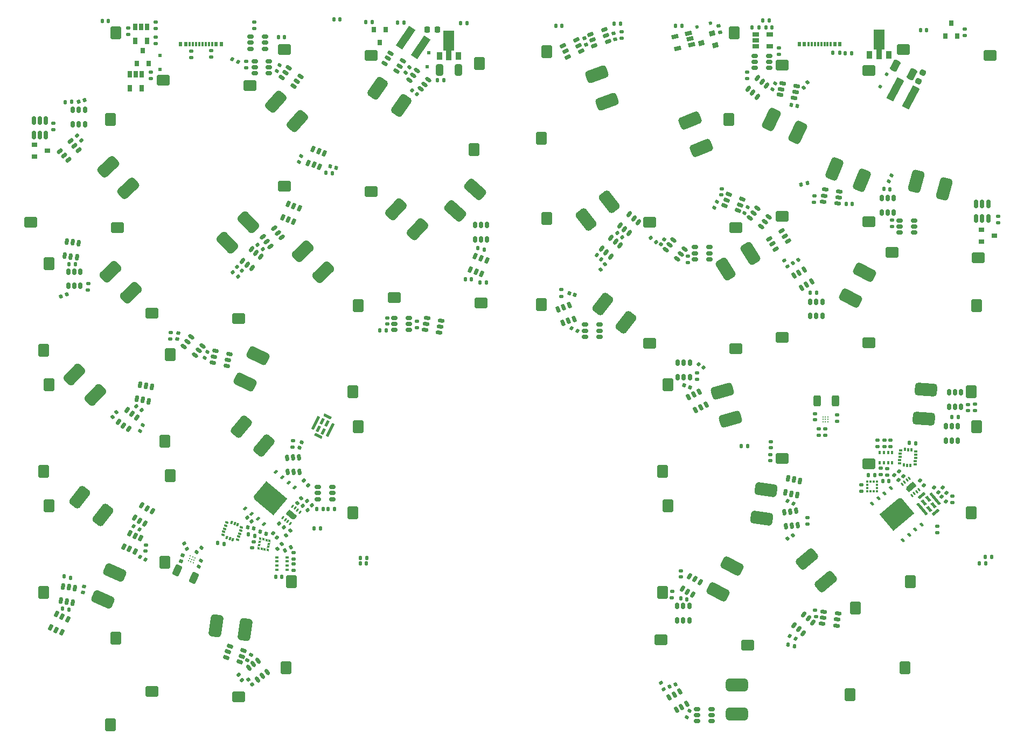
<source format=gbp>
G04 #@! TF.GenerationSoftware,KiCad,Pcbnew,(6.0.11-0)*
G04 #@! TF.CreationDate,2023-02-19T21:29:59+08:00*
G04 #@! TF.ProjectId,Combined,436f6d62-696e-4656-942e-6b696361645f,rev?*
G04 #@! TF.SameCoordinates,Original*
G04 #@! TF.FileFunction,Paste,Bot*
G04 #@! TF.FilePolarity,Positive*
%FSLAX46Y46*%
G04 Gerber Fmt 4.6, Leading zero omitted, Abs format (unit mm)*
G04 Created by KiCad (PCBNEW (6.0.11-0)) date 2023-02-19 21:29:59*
%MOMM*%
%LPD*%
G01*
G04 APERTURE LIST*
G04 Aperture macros list*
%AMRoundRect*
0 Rectangle with rounded corners*
0 $1 Rounding radius*
0 $2 $3 $4 $5 $6 $7 $8 $9 X,Y pos of 4 corners*
0 Add a 4 corners polygon primitive as box body*
4,1,4,$2,$3,$4,$5,$6,$7,$8,$9,$2,$3,0*
0 Add four circle primitives for the rounded corners*
1,1,$1+$1,$2,$3*
1,1,$1+$1,$4,$5*
1,1,$1+$1,$6,$7*
1,1,$1+$1,$8,$9*
0 Add four rect primitives between the rounded corners*
20,1,$1+$1,$2,$3,$4,$5,0*
20,1,$1+$1,$4,$5,$6,$7,0*
20,1,$1+$1,$6,$7,$8,$9,0*
20,1,$1+$1,$8,$9,$2,$3,0*%
%AMRotRect*
0 Rectangle, with rotation*
0 The origin of the aperture is its center*
0 $1 length*
0 $2 width*
0 $3 Rotation angle, in degrees counterclockwise*
0 Add horizontal line*
21,1,$1,$2,0,0,$3*%
%AMOutline4P*
0 Free polygon, 4 corners , with rotation*
0 The origin of the aperture is its center*
0 number of corners: always 4*
0 $1 to $8 corner X, Y*
0 $9 Rotation angle, in degrees counterclockwise*
0 create outline with 4 corners*
4,1,4,$1,$2,$3,$4,$5,$6,$7,$8,$1,$2,$9*%
%AMOutline5P*
0 Free polygon, 5 corners , with rotation*
0 The origin of the aperture is its center*
0 number of corners: always 5*
0 $1 to $10 corner X, Y*
0 $11 Rotation angle, in degrees counterclockwise*
0 create outline with 5 corners*
4,1,5,$1,$2,$3,$4,$5,$6,$7,$8,$9,$10,$1,$2,$11*%
%AMOutline6P*
0 Free polygon, 6 corners , with rotation*
0 The origin of the aperture is its center*
0 number of corners: always 6*
0 $1 to $12 corner X, Y*
0 $13 Rotation angle, in degrees counterclockwise*
0 create outline with 6 corners*
4,1,6,$1,$2,$3,$4,$5,$6,$7,$8,$9,$10,$11,$12,$1,$2,$13*%
%AMOutline7P*
0 Free polygon, 7 corners , with rotation*
0 The origin of the aperture is its center*
0 number of corners: always 7*
0 $1 to $14 corner X, Y*
0 $15 Rotation angle, in degrees counterclockwise*
0 create outline with 7 corners*
4,1,7,$1,$2,$3,$4,$5,$6,$7,$8,$9,$10,$11,$12,$13,$14,$1,$2,$15*%
%AMOutline8P*
0 Free polygon, 8 corners , with rotation*
0 The origin of the aperture is its center*
0 number of corners: always 8*
0 $1 to $16 corner X, Y*
0 $17 Rotation angle, in degrees counterclockwise*
0 create outline with 8 corners*
4,1,8,$1,$2,$3,$4,$5,$6,$7,$8,$9,$10,$11,$12,$13,$14,$15,$16,$1,$2,$17*%
%AMFreePoly0*
4,1,6,0.450000,-0.800000,-0.180000,-0.800000,-0.450000,-0.530000,-0.450000,0.800000,0.450000,0.800000,0.450000,-0.800000,0.450000,-0.800000,$1*%
%AMFreePoly1*
4,1,9,3.862500,-0.866500,0.737500,-0.866500,0.737500,-0.450000,-0.737500,-0.450000,-0.737500,0.450000,0.737500,0.450000,0.737500,0.866500,3.862500,0.866500,3.862500,-0.866500,3.862500,-0.866500,$1*%
G04 Aperture macros list end*
%ADD10RoundRect,0.500000X-1.246504X-0.508653X-0.551846X-1.227993X1.246504X0.508653X0.551846X1.227993X0*%
%ADD11RoundRect,0.500000X1.246504X0.508653X0.551846X1.227993X-1.246504X-0.508653X-0.551846X-1.227993X0*%
%ADD12RoundRect,0.500000X-1.278949X-0.420462X-0.636162X-1.186507X1.278949X0.420462X0.636162X1.186507X0*%
%ADD13RoundRect,0.500000X1.278949X0.420462X0.636162X1.186507X-1.278949X-0.420462X-0.636162X-1.186507X0*%
%ADD14RoundRect,0.170000X-0.830000X-0.680000X0.830000X-0.680000X0.830000X0.680000X-0.830000X0.680000X0*%
%ADD15RoundRect,0.170000X0.830000X0.680000X-0.830000X0.680000X-0.830000X-0.680000X0.830000X-0.680000X0*%
%ADD16RoundRect,0.170000X0.680000X-0.830000X0.680000X0.830000X-0.680000X0.830000X-0.680000X-0.830000X0*%
%ADD17RoundRect,0.170000X-0.680000X0.830000X-0.680000X-0.830000X0.680000X-0.830000X0.680000X0.830000X0*%
%ADD18RoundRect,0.500000X0.375571X-1.292844X1.163582X-0.677183X-0.375571X1.292844X-1.163582X0.677183X0*%
%ADD19RoundRect,0.500000X-0.375571X1.292844X-1.163582X0.677183X0.375571X-1.292844X1.163582X-0.677183X0*%
%ADD20RoundRect,0.500000X-1.255191X-0.486821X-0.573193X-1.218175X1.255191X0.486821X0.573193X1.218175X0*%
%ADD21RoundRect,0.500000X1.255191X0.486821X0.573193X1.218175X-1.255191X-0.486821X-0.573193X-1.218175X0*%
%ADD22RoundRect,0.500000X-0.868949X1.028313X-1.338420X0.145366X0.868949X-1.028313X1.338420X-0.145366X0*%
%ADD23RoundRect,0.500000X0.868949X-1.028313X1.338420X-0.145366X-0.868949X1.028313X-1.338420X0.145366X0*%
%ADD24RoundRect,0.500000X1.207986X0.594366X0.464841X1.263496X-1.207986X-0.594366X-0.464841X-1.263496X0*%
%ADD25RoundRect,0.500000X-1.207986X-0.594366X-0.464841X-1.263496X1.207986X0.594366X0.464841X1.263496X0*%
%ADD26RoundRect,0.500000X0.594366X-1.207986X1.263496X-0.464841X-0.594366X1.207986X-1.263496X0.464841X0*%
%ADD27RoundRect,0.500000X-0.594366X1.207986X-1.263496X0.464841X0.594366X-1.207986X1.263496X-0.464841X0*%
%ADD28RoundRect,0.500000X1.212077X-0.585978X1.281833X0.411586X-1.212077X0.585978X-1.281833X-0.411586X0*%
%ADD29RoundRect,0.500000X-1.212077X0.585978X-1.281833X-0.411586X1.212077X-0.585978X1.281833X0.411586X0*%
%ADD30RoundRect,0.500000X-0.669100X-1.168249X0.321168X-1.307422X0.669100X1.168249X-0.321168X1.307422X0*%
%ADD31RoundRect,0.500000X0.669100X1.168249X-0.321168X1.307422X-0.669100X-1.168249X0.321168X-1.307422X0*%
%ADD32RoundRect,0.500000X-1.250000X0.500000X-1.250000X-0.500000X1.250000X-0.500000X1.250000X0.500000X0*%
%ADD33RoundRect,0.500000X1.250000X-0.500000X1.250000X0.500000X-1.250000X0.500000X-1.250000X-0.500000X0*%
%ADD34RoundRect,0.500000X-0.931850X-0.971677X-0.004666X-1.346283X0.931850X0.971677X0.004666X1.346283X0*%
%ADD35RoundRect,0.500000X0.931850X0.971677X0.004666X1.346283X-0.931850X-0.971677X-0.004666X-1.346283X0*%
%ADD36RoundRect,0.500000X1.186507X0.636162X0.420462X1.278949X-1.186507X-0.636162X-0.420462X-1.278949X0*%
%ADD37RoundRect,0.500000X-1.186507X-0.636162X-0.420462X-1.278949X1.186507X0.636162X0.420462X1.278949X0*%
%ADD38RoundRect,0.500000X0.508653X-1.246504X1.227993X-0.551846X-0.508653X1.246504X-1.227993X0.551846X0*%
%ADD39RoundRect,0.500000X-0.508653X1.246504X-1.227993X0.551846X0.508653X-1.246504X1.227993X-0.551846X0*%
%ADD40RoundRect,0.500000X-0.806487X-1.077998X0.159439X-1.336817X0.806487X1.077998X-0.159439X1.336817X0*%
%ADD41RoundRect,0.500000X0.806487X1.077998X-0.159439X1.336817X-0.806487X-1.077998X0.159439X-1.336817X0*%
%ADD42RoundRect,0.500000X-0.938564X0.965194X-1.345300X0.051648X0.938564X-0.965194X1.345300X-0.051648X0*%
%ADD43RoundRect,0.500000X0.938564X-0.965194X1.345300X-0.051648X-0.938564X0.965194X-1.345300X0.051648X0*%
%ADD44RoundRect,0.500000X-0.904307X0.997361X-1.342678X0.098567X0.904307X-0.997361X1.342678X-0.098567X0*%
%ADD45RoundRect,0.500000X0.904307X-0.997361X1.342678X-0.098567X-0.904307X0.997361X-1.342678X0.098567X0*%
%ADD46RoundRect,0.500000X-0.238375X1.325020X-1.086423X0.795100X0.238375X-1.325020X1.086423X-0.795100X0*%
%ADD47RoundRect,0.500000X0.238375X-1.325020X1.086423X-0.795100X-0.238375X1.325020X-1.086423X0.795100X0*%
%ADD48RoundRect,0.500000X-1.339396X0.136084X-1.063758X-0.825178X1.339396X-0.136084X1.063758X0.825178X0*%
%ADD49RoundRect,0.500000X1.339396X-0.136084X1.063758X0.825178X-1.339396X0.136084X-1.063758X-0.825178X0*%
%ADD50RoundRect,0.500000X1.346283X0.004666X0.971677X0.931850X-1.346283X-0.004666X-0.971677X-0.931850X0*%
%ADD51RoundRect,0.500000X-1.346283X-0.004666X-0.971677X-0.931850X1.346283X0.004666X0.971677X0.931850X0*%
%ADD52RoundRect,0.500000X-1.345626X0.042321X-1.003606X-0.897371X1.345626X-0.042321X1.003606X0.897371X0*%
%ADD53RoundRect,0.500000X1.345626X-0.042321X1.003606X0.897371X-1.345626X0.042321X-1.003606X-0.897371X0*%
%ADD54RoundRect,0.500000X1.126547X0.737152X0.307395X1.310728X-1.126547X-0.737152X-0.307395X-1.310728X0*%
%ADD55RoundRect,0.500000X-1.126547X-0.737152X-0.307395X-1.310728X1.126547X0.737152X0.307395X1.310728X0*%
%ADD56RoundRect,0.500000X0.997361X0.904307X0.098567X1.342678X-0.997361X-0.904307X-0.098567X-1.342678X0*%
%ADD57RoundRect,0.500000X-0.997361X-0.904307X-0.098567X-1.342678X0.997361X0.904307X0.098567X1.342678X0*%
%ADD58RoundRect,0.500000X1.168249X-0.669100X1.307422X0.321168X-1.168249X0.669100X-1.307422X-0.321168X0*%
%ADD59RoundRect,0.500000X-1.168249X0.669100X-1.307422X-0.321168X1.168249X-0.669100X1.307422X0.321168X0*%
%ADD60RoundRect,0.500000X-1.163582X-0.677183X-0.375571X-1.292844X1.163582X0.677183X0.375571X1.292844X0*%
%ADD61RoundRect,0.500000X1.163582X0.677183X0.375571X1.292844X-1.163582X-0.677183X-0.375571X-1.292844X0*%
%ADD62RoundRect,0.500000X1.218175X0.573193X0.486821X1.255191X-1.218175X-0.573193X-0.486821X-1.255191X0*%
%ADD63RoundRect,0.500000X-1.218175X-0.573193X-0.486821X-1.255191X1.218175X0.573193X0.486821X1.255191X0*%
%ADD64RoundRect,0.500000X-1.227993X-0.551846X-0.508653X-1.246504X1.227993X0.551846X0.508653X1.246504X0*%
%ADD65RoundRect,0.500000X1.227993X0.551846X0.508653X1.246504X-1.227993X-0.551846X-0.508653X-1.246504X0*%
%ADD66RoundRect,0.150000X-0.150000X0.350000X-0.150000X-0.350000X0.150000X-0.350000X0.150000X0.350000X0*%
%ADD67FreePoly0,310.000000*%
%ADD68RotRect,0.550000X0.250000X310.000000*%
%ADD69RotRect,0.550000X0.250000X130.000000*%
%ADD70RoundRect,0.135000X-0.170514X-0.152889X0.093586X-0.209025X0.170514X0.152889X-0.093586X0.209025X0*%
%ADD71R,0.500000X0.500000*%
%ADD72RoundRect,0.150000X0.350000X0.150000X-0.350000X0.150000X-0.350000X-0.150000X0.350000X-0.150000X0*%
%ADD73RoundRect,0.140000X-0.172286X-0.137177X0.101596X-0.195393X0.172286X0.137177X-0.101596X0.195393X0*%
%ADD74RoundRect,0.135000X-0.217663X0.071224X-0.134228X-0.185561X0.217663X-0.071224X0.134228X0.185561X0*%
%ADD75RoundRect,0.140000X0.140000X0.170000X-0.140000X0.170000X-0.140000X-0.170000X0.140000X-0.170000X0*%
%ADD76RoundRect,0.140000X-0.140000X-0.170000X0.140000X-0.170000X0.140000X0.170000X-0.140000X0.170000X0*%
%ADD77R,0.900000X0.800000*%
%ADD78RotRect,1.200000X3.700000X152.000000*%
%ADD79RoundRect,0.150000X0.122724X0.360470X-0.345667X-0.159731X-0.122724X-0.360470X0.345667X0.159731X0*%
%ADD80RoundRect,0.140000X-0.036244X-0.217224X0.206244X-0.077224X0.036244X0.217224X-0.206244X0.077224X0*%
%ADD81RoundRect,0.150000X-0.333683X0.183455X0.097280X-0.368153X0.333683X-0.183455X-0.097280X0.368153X0*%
%ADD82RoundRect,0.135000X0.202436X0.107097X-0.040239X0.225457X-0.202436X-0.107097X0.040239X-0.225457X0*%
%ADD83RoundRect,0.135000X-0.054942X0.222332X-0.228495X0.015500X0.054942X-0.222332X0.228495X-0.015500X0*%
%ADD84RoundRect,0.140000X-0.170000X0.140000X-0.170000X-0.140000X0.170000X-0.140000X0.170000X0.140000X0*%
%ADD85R,0.800000X0.900000*%
%ADD86RoundRect,0.135000X-0.185000X0.135000X-0.185000X-0.135000X0.185000X-0.135000X0.185000X0.135000X0*%
%ADD87Outline4P,-0.225000X0.475000X0.225000X0.475000X0.225000X-0.475000X-0.225000X-0.475000X220.000000*%
%ADD88Outline6P,-0.225000X0.537500X-0.112500X0.650000X0.225000X0.650000X0.225000X-0.650000X-0.112500X-0.650000X-0.225000X-0.537500X130.000000*%
%ADD89Outline6P,-0.225000X1.037500X-0.112500X1.150000X0.225000X1.150000X0.225000X-1.150000X-0.112500X-1.150000X-0.225000X-1.037500X40.000000*%
%ADD90Outline6P,-0.225000X0.537500X-0.112500X0.650000X0.225000X0.650000X0.225000X-0.650000X-0.112500X-0.650000X-0.225000X-0.537500X310.000000*%
%ADD91Outline6P,-0.225000X1.037500X-0.112500X1.150000X0.225000X1.150000X0.225000X-1.150000X-0.112500X-1.150000X-0.225000X-1.037500X220.000000*%
%ADD92RoundRect,0.150000X0.097280X0.368153X-0.333683X-0.183455X-0.097280X-0.368153X0.333683X0.183455X0*%
%ADD93RoundRect,0.135000X-0.135000X-0.185000X0.135000X-0.185000X0.135000X0.185000X-0.135000X0.185000X0*%
%ADD94RoundRect,0.135000X0.175745X0.146845X-0.086234X0.212164X-0.175745X-0.146845X0.086234X-0.212164X0*%
%ADD95RoundRect,0.140000X0.214167X-0.051308X0.091423X0.200354X-0.214167X0.051308X-0.091423X-0.200354X0*%
%ADD96RoundRect,0.135000X-0.078777X-0.215044X0.180763X-0.140622X0.078777X0.215044X-0.180763X0.140622X0*%
%ADD97RoundRect,0.250000X-0.312500X-0.625000X0.312500X-0.625000X0.312500X0.625000X-0.312500X0.625000X0*%
%ADD98RoundRect,0.250000X-0.592114X-0.421338X-0.018199X-0.726494X0.592114X0.421338X0.018199X0.726494X0*%
%ADD99RoundRect,0.140000X0.154435X-0.157003X0.183703X0.121463X-0.154435X0.157003X-0.183703X-0.121463X0*%
%ADD100RoundRect,0.135000X-0.147576X-0.175132X0.121766X-0.193966X0.147576X0.175132X-0.121766X0.193966X0*%
%ADD101RoundRect,0.140000X-0.105176X0.193489X-0.210066X-0.066123X0.105176X-0.193489X0.210066X0.066123X0*%
%ADD102R,0.540000X0.800000*%
%ADD103R,0.300000X0.800000*%
%ADD104RoundRect,0.140000X0.170000X-0.140000X0.170000X0.140000X-0.170000X0.140000X-0.170000X-0.140000X0*%
%ADD105RoundRect,0.150000X0.367470X0.099830X-0.325718X0.197251X-0.367470X-0.099830X0.325718X-0.197251X0*%
%ADD106RoundRect,0.135000X-0.215044X0.078777X-0.140622X-0.180763X0.215044X-0.078777X0.140622X0.180763X0*%
%ADD107RoundRect,0.150000X0.370730X0.086944X-0.318635X0.208498X-0.370730X-0.086944X0.318635X-0.208498X0*%
%ADD108RoundRect,0.150000X-0.073953X0.373538X-0.219491X-0.311165X0.073953X-0.373538X0.219491X0.311165X0*%
%ADD109RoundRect,0.140000X-0.145848X-0.165011X0.133982X-0.174782X0.145848X0.165011X-0.133982X0.174782X0*%
%ADD110RoundRect,0.135000X0.185000X-0.135000X0.185000X0.135000X-0.185000X0.135000X-0.185000X-0.135000X0*%
%ADD111RoundRect,0.150000X-0.258730X-0.279390X0.380751X0.005326X0.258730X0.279390X-0.380751X-0.005326X0*%
%ADD112RoundRect,0.140000X0.055243X-0.213186X0.219823X0.013339X-0.055243X0.213186X-0.219823X-0.013339X0*%
%ADD113RoundRect,0.150000X0.084372X0.371324X-0.327077X-0.194988X-0.084372X-0.371324X0.327077X0.194988X0*%
%ADD114RoundRect,0.150000X-0.373538X-0.073953X0.311165X-0.219491X0.373538X0.073953X-0.311165X0.219491X0*%
%ADD115FreePoly0,50.000000*%
%ADD116RotRect,0.550000X0.250000X50.000000*%
%ADD117RotRect,0.550000X0.250000X230.000000*%
%ADD118RoundRect,0.150000X-0.376305X0.058265X0.217329X-0.312679X0.376305X-0.058265X-0.217329X0.312679X0*%
%ADD119RoundRect,0.140000X0.162297X0.148861X-0.114978X0.187830X-0.162297X-0.148861X0.114978X-0.187830X0*%
%ADD120RoundRect,0.135000X-0.227715X0.024413X-0.092715X-0.209413X0.227715X-0.024413X0.092715X0.209413X0*%
%ADD121RoundRect,0.140000X-0.211128X-0.062649X0.021002X-0.219223X0.211128X0.062649X-0.021002X0.219223X0*%
%ADD122RoundRect,0.135000X0.164411X-0.159433X0.201988X0.107939X-0.164411X0.159433X-0.201988X-0.107939X0*%
%ADD123RoundRect,0.135000X0.228495X0.015500X0.054942X0.222332X-0.228495X-0.015500X-0.054942X-0.222332X0*%
%ADD124RoundRect,0.135000X-0.222101X0.055868X-0.120957X-0.194472X0.222101X-0.055868X0.120957X0.194472X0*%
%ADD125RoundRect,0.150000X-0.368153X0.097280X0.183455X-0.333683X0.368153X-0.097280X-0.183455X0.333683X0*%
%ADD126RoundRect,0.147500X0.147500X0.172500X-0.147500X0.172500X-0.147500X-0.172500X0.147500X-0.172500X0*%
%ADD127RoundRect,0.150000X-0.005326X-0.380751X0.279390X0.258730X0.005326X0.380751X-0.279390X-0.258730X0*%
%ADD128RoundRect,0.150000X-0.367470X-0.099830X0.325718X-0.197251X0.367470X0.099830X-0.325718X0.197251X0*%
%ADD129RoundRect,0.135000X0.007516X-0.228896X0.220279X-0.062668X-0.007516X0.228896X-0.220279X0.062668X0*%
%ADD130RoundRect,0.140000X0.218799X0.025036X0.017384X0.219540X-0.218799X-0.025036X-0.017384X-0.219540X0*%
%ADD131RoundRect,0.150000X0.368153X-0.097280X-0.183455X0.333683X-0.368153X0.097280X0.183455X-0.333683X0*%
%ADD132RoundRect,0.140000X-0.137177X0.172286X-0.195393X-0.101596X0.137177X-0.172286X0.195393X0.101596X0*%
%ADD133RoundRect,0.135000X-0.165074X-0.158747X0.100824X-0.205632X0.165074X0.158747X-0.100824X0.205632X0*%
%ADD134RoundRect,0.150000X0.150000X-0.350000X0.150000X0.350000X-0.150000X0.350000X-0.150000X-0.350000X0*%
%ADD135RoundRect,0.135000X-0.070317X0.217958X-0.229019X-0.000477X0.070317X-0.217958X0.229019X0.000477X0*%
%ADD136RoundRect,0.135000X0.224114X0.047149X0.023465X0.227814X-0.224114X-0.047149X-0.023465X-0.227814X0*%
%ADD137RoundRect,0.140000X0.214984X0.047769X-0.005659X0.220154X-0.214984X-0.047769X0.005659X-0.220154X0*%
%ADD138RoundRect,0.135000X-0.180176X0.141374X-0.189599X-0.128461X0.180176X-0.141374X0.189599X0.128461X0*%
%ADD139RoundRect,0.150000X0.045096X0.378109X-0.304904X-0.228109X-0.045096X-0.378109X0.304904X0.228109X0*%
%ADD140RoundRect,0.140000X-0.040237X0.216520X-0.220218X0.002028X0.040237X-0.216520X0.220218X-0.002028X0*%
%ADD141RoundRect,0.135000X0.159433X0.164411X-0.107939X0.201988X-0.159433X-0.164411X0.107939X-0.201988X0*%
%ADD142RoundRect,0.135000X-0.085350X0.212522X-0.228428X-0.016451X0.085350X-0.212522X0.228428X0.016451X0*%
%ADD143Outline5P,-0.200000X0.260000X-0.160000X0.300000X0.200000X0.300000X0.200000X-0.300000X-0.200000X-0.300000X220.000000*%
%ADD144Outline5P,-1.700000X1.810000X-1.360000X2.150000X1.700000X2.150000X1.700000X-2.150000X-1.700000X-2.150000X310.000000*%
%ADD145RoundRect,0.135000X0.198575X0.114096X-0.048082X0.223915X-0.198575X-0.114096X0.048082X-0.223915X0*%
%ADD146RoundRect,0.135000X-0.224114X-0.047149X-0.023465X-0.227814X0.224114X0.047149X0.023465X0.227814X0*%
%ADD147RoundRect,0.135000X-0.222332X-0.054942X-0.015500X-0.228495X0.222332X0.054942X0.015500X0.228495X0*%
%ADD148RoundRect,0.135000X0.135000X0.185000X-0.135000X0.185000X-0.135000X-0.185000X0.135000X-0.185000X0*%
%ADD149RoundRect,0.140000X0.219823X-0.013339X0.055243X0.213186X-0.219823X0.013339X-0.055243X-0.213186X0*%
%ADD150RoundRect,0.140000X-0.214984X-0.047769X0.005659X-0.220154X0.214984X0.047769X-0.005659X0.220154X0*%
%ADD151R,0.900000X1.300000*%
%ADD152FreePoly1,90.000000*%
%ADD153RoundRect,0.150000X-0.045096X-0.378109X0.304904X0.228109X0.045096X0.378109X-0.304904X-0.228109X0*%
%ADD154RoundRect,0.150000X-0.150000X0.512500X-0.150000X-0.512500X0.150000X-0.512500X0.150000X0.512500X0*%
%ADD155RoundRect,0.135000X0.107097X-0.202436X0.225457X0.040239X-0.107097X0.202436X-0.225457X-0.040239X0*%
%ADD156RoundRect,0.135000X-0.146845X0.175745X-0.212164X-0.086234X0.146845X-0.175745X0.212164X0.086234X0*%
%ADD157RoundRect,0.135000X0.099967X-0.206050X0.226724X0.032346X-0.099967X0.206050X-0.226724X-0.032346X0*%
%ADD158RoundRect,0.135000X-0.228896X-0.007516X-0.062668X-0.220279X0.228896X0.007516X0.062668X0.220279X0*%
%ADD159RoundRect,0.135000X-0.016451X-0.228428X0.212522X-0.085350X0.016451X0.228428X-0.212522X0.085350X0*%
%ADD160RoundRect,0.135000X-0.077881X0.215371X-0.228863X-0.008469X0.077881X-0.215371X0.228863X0.008469X0*%
%ADD161RoundRect,0.135000X-0.114096X0.198575X-0.223915X-0.048082X0.114096X-0.198575X0.223915X0.048082X0*%
%ADD162Outline4P,-0.225000X0.475000X0.225000X0.475000X0.225000X-0.475000X-0.225000X-0.475000X154.000000*%
%ADD163Outline6P,-0.225000X0.537500X-0.112500X0.650000X0.225000X0.650000X0.225000X-0.650000X-0.112500X-0.650000X-0.225000X-0.537500X64.000000*%
%ADD164Outline6P,-0.225000X1.037500X-0.112500X1.150000X0.225000X1.150000X0.225000X-1.150000X-0.112500X-1.150000X-0.225000X-1.037500X334.000000*%
%ADD165Outline6P,-0.225000X0.537500X-0.112500X0.650000X0.225000X0.650000X0.225000X-0.650000X-0.112500X-0.650000X-0.225000X-0.537500X244.000000*%
%ADD166Outline6P,-0.225000X1.037500X-0.112500X1.150000X0.225000X1.150000X0.225000X-1.150000X-0.112500X-1.150000X-0.225000X-1.037500X154.000000*%
%ADD167RoundRect,0.140000X0.200354X0.091423X-0.051308X0.214167X-0.200354X-0.091423X0.051308X-0.214167X0*%
%ADD168RoundRect,0.087500X0.205362X0.025277X-0.151284X0.141158X-0.205362X-0.025277X0.151284X-0.141158X0*%
%ADD169RoundRect,0.087500X0.141158X0.151284X-0.025277X0.205362X-0.141158X-0.151284X0.025277X-0.205362X0*%
%ADD170RoundRect,0.135000X0.062668X-0.220279X0.228896X-0.007516X-0.062668X0.220279X-0.228896X0.007516X0*%
%ADD171RoundRect,0.135000X0.180763X0.140622X-0.078777X0.215044X-0.180763X-0.140622X0.078777X-0.215044X0*%
%ADD172RoundRect,0.135000X-0.159433X-0.164411X0.107939X-0.201988X0.159433X0.164411X-0.107939X0.201988X0*%
%ADD173RoundRect,0.150000X0.005326X0.380751X-0.279390X-0.258730X-0.005326X-0.380751X0.279390X0.258730X0*%
%ADD174RoundRect,0.140000X0.220218X0.002028X0.040237X0.216520X-0.220218X-0.002028X-0.040237X-0.216520X0*%
%ADD175RotRect,0.375000X0.350000X260.000000*%
%ADD176RotRect,0.375000X0.350000X170.000000*%
%ADD177RoundRect,0.135000X-0.220279X-0.062668X-0.007516X-0.228896X0.220279X0.062668X0.007516X0.228896X0*%
%ADD178RoundRect,0.150000X0.371324X-0.084372X-0.194988X0.327077X-0.371324X0.084372X0.194988X-0.327077X0*%
%ADD179RoundRect,0.225000X0.126065X-0.311821X0.323332X0.092636X-0.126065X0.311821X-0.323332X-0.092636X0*%
%ADD180R,0.500000X0.350000*%
%ADD181C,0.270002*%
%ADD182RoundRect,0.150000X-0.350000X-0.150000X0.350000X-0.150000X0.350000X0.150000X-0.350000X0.150000X0*%
%ADD183RotRect,0.900000X0.800000X196.000000*%
%ADD184RoundRect,0.140000X-0.165011X0.145848X-0.174782X-0.133982X0.165011X-0.145848X0.174782X0.133982X0*%
%ADD185RoundRect,0.150000X0.296757X-0.238611X-0.031873X0.379452X-0.296757X0.238611X0.031873X-0.379452X0*%
%ADD186RoundRect,0.150000X-0.147570X-0.351031X0.355968X0.135229X0.147570X0.351031X-0.355968X-0.135229X0*%
%ADD187RoundRect,0.135000X0.180176X-0.141374X0.189599X0.128461X-0.180176X0.141374X-0.189599X-0.128461X0*%
%ADD188RoundRect,0.150000X0.183455X0.333683X-0.368153X-0.097280X-0.183455X-0.333683X0.368153X0.097280X0*%
%ADD189RoundRect,0.150000X0.110069X0.364534X-0.339882X-0.171697X-0.110069X-0.364534X0.339882X0.171697X0*%
%ADD190RoundRect,0.150000X-0.099830X0.367470X-0.197251X-0.325718X0.099830X-0.367470X0.197251X0.325718X0*%
%ADD191RoundRect,0.140000X-0.087718X-0.202004X0.181435X-0.124825X0.087718X0.202004X-0.181435X0.124825X0*%
%ADD192RoundRect,0.140000X0.073414X0.207631X-0.189700X0.111865X-0.073414X-0.207631X0.189700X-0.111865X0*%
%ADD193RoundRect,0.135000X0.170514X0.152889X-0.093586X0.209025X-0.170514X-0.152889X0.093586X-0.209025X0*%
%ADD194RoundRect,0.150000X0.304904X-0.228109X-0.045096X0.378109X-0.304904X0.228109X0.045096X-0.378109X0*%
%ADD195RoundRect,0.225000X-0.225000X-0.250000X0.225000X-0.250000X0.225000X0.250000X-0.225000X0.250000X0*%
%ADD196RoundRect,0.135000X-0.120957X0.194472X-0.222101X-0.055868X0.120957X-0.194472X0.222101X0.055868X0*%
%ADD197RoundRect,0.140000X0.036244X0.217224X-0.206244X0.077224X-0.036244X-0.217224X0.206244X-0.077224X0*%
%ADD198RotRect,1.060000X0.650000X194.000000*%
%ADD199RoundRect,0.135000X0.114096X-0.198575X0.223915X0.048082X-0.114096X0.198575X-0.223915X-0.048082X0*%
%ADD200RoundRect,0.135000X0.220279X0.062668X0.007516X0.228896X-0.220279X-0.062668X-0.007516X-0.228896X0*%
%ADD201RoundRect,0.140000X-0.195393X0.101596X-0.137177X-0.172286X0.195393X-0.101596X0.137177X0.172286X0*%
%ADD202R,0.650000X1.060000*%
%ADD203R,1.060000X0.650000*%
%ADD204RoundRect,0.135000X0.185561X0.134228X-0.071224X0.217663X-0.185561X-0.134228X0.071224X-0.217663X0*%
%ADD205RoundRect,0.147500X-0.172500X0.147500X-0.172500X-0.147500X0.172500X-0.147500X0.172500X0.147500X0*%
%ADD206RoundRect,0.150000X-0.286517X-0.250814X0.379222X-0.034503X0.286517X0.250814X-0.379222X0.034503X0*%
%ADD207RoundRect,0.135000X0.212164X-0.086234X0.146845X0.175745X-0.212164X0.086234X-0.146845X-0.175745X0*%
%ADD208RoundRect,0.150000X-0.185763X0.332403X-0.112593X-0.363762X0.185763X-0.332403X0.112593X0.363762X0*%
%ADD209RoundRect,0.140000X0.137177X-0.172286X0.195393X0.101596X-0.137177X0.172286X-0.195393X-0.101596X0*%
%ADD210RoundRect,0.135000X-0.099967X0.206050X-0.226724X-0.032346X0.099967X-0.206050X0.226724X0.032346X0*%
%ADD211R,0.350000X0.500000*%
%ADD212RoundRect,0.135000X-0.206050X-0.099967X0.032346X-0.226724X0.206050X0.099967X-0.032346X0.226724X0*%
%ADD213RotRect,0.500000X0.500000X242.000000*%
%ADD214RoundRect,0.135000X-0.228863X0.008469X-0.077881X-0.215371X0.228863X-0.008469X0.077881X0.215371X0*%
%ADD215RoundRect,0.150000X0.007965X-0.380705X0.270190X0.268323X-0.007965X0.380705X-0.270190X-0.268323X0*%
%ADD216RoundRect,0.147500X-0.147500X-0.172500X0.147500X-0.172500X0.147500X0.172500X-0.147500X0.172500X0*%
%ADD217RoundRect,0.135000X0.228896X0.007516X0.062668X0.220279X-0.228896X-0.007516X-0.062668X-0.220279X0*%
%ADD218Outline5P,-0.200000X0.260000X-0.160000X0.300000X0.200000X0.300000X0.200000X-0.300000X-0.200000X-0.300000X320.000000*%
%ADD219Outline5P,-1.700000X1.810000X-1.360000X2.150000X1.700000X2.150000X1.700000X-2.150000X-1.700000X-2.150000X50.000000*%
%ADD220RoundRect,0.135000X0.226857X0.031401X0.039299X0.225623X-0.226857X-0.031401X-0.039299X-0.225623X0*%
%ADD221RoundRect,0.135000X0.127670X-0.190132X0.220016X0.063585X-0.127670X0.190132X-0.220016X-0.063585X0*%
%ADD222RoundRect,0.150000X0.260661X-0.277589X0.021247X0.380195X-0.260661X0.277589X-0.021247X-0.380195X0*%
%ADD223RoundRect,0.150000X-0.110069X-0.364534X0.339882X0.171697X0.110069X0.364534X-0.339882X-0.171697X0*%
%ADD224RoundRect,0.150000X0.086944X-0.370730X0.208498X0.318635X-0.086944X0.370730X-0.208498X-0.318635X0*%
%ADD225RoundRect,0.150000X0.380195X0.021247X-0.277589X0.260661X-0.380195X-0.021247X0.277589X-0.260661X0*%
%ADD226RoundRect,0.135000X0.217958X0.070317X-0.000477X0.229019X-0.217958X-0.070317X0.000477X-0.229019X0*%
%ADD227RoundRect,0.150000X0.162123X-0.344552X0.137694X0.355022X-0.162123X0.344552X-0.137694X-0.355022X0*%
%ADD228RoundRect,0.250000X-0.325000X-0.650000X0.325000X-0.650000X0.325000X0.650000X-0.325000X0.650000X0*%
%ADD229RotRect,0.500000X0.500000X16.000000*%
%ADD230RoundRect,0.087500X-0.193147X-0.074208X0.180940X-0.100366X0.193147X0.074208X-0.180940X0.100366X0*%
%ADD231RoundRect,0.087500X-0.100366X-0.180940X0.074208X-0.193147X0.100366X0.180940X-0.074208X0.193147X0*%
%ADD232RoundRect,0.135000X-0.127670X0.190132X-0.220016X-0.063585X0.127670X-0.190132X0.220016X0.063585X0*%
%ADD233RoundRect,0.150000X0.021247X-0.380195X0.260661X0.277589X-0.021247X0.380195X-0.260661X-0.277589X0*%
%ADD234RoundRect,0.140000X-0.220218X-0.002028X-0.040237X-0.216520X0.220218X0.002028X0.040237X0.216520X0*%
%ADD235RotRect,0.500000X0.500000X84.000000*%
%ADD236RoundRect,0.135000X-0.198575X-0.114096X0.048082X-0.223915X0.198575X0.114096X-0.048082X0.223915X0*%
%ADD237RoundRect,0.135000X0.120957X-0.194472X0.222101X0.055868X-0.120957X0.194472X-0.222101X-0.055868X0*%
%ADD238RoundRect,0.140000X-0.185681X-0.118417X0.080615X-0.204942X0.185681X0.118417X-0.080615X0.204942X0*%
%ADD239RoundRect,0.140000X0.040237X-0.216520X0.220218X-0.002028X-0.040237X0.216520X-0.220218X0.002028X0*%
%ADD240RoundRect,0.150000X-0.217329X-0.312679X0.376305X0.058265X0.217329X0.312679X-0.376305X-0.058265X0*%
%ADD241RoundRect,0.135000X-0.169875X0.153598X-0.198098X-0.114923X0.169875X-0.153598X0.198098X0.114923X0*%
%ADD242RotRect,1.200000X3.700000X326.000000*%
%ADD243RoundRect,0.140000X-0.216520X-0.040237X-0.002028X-0.220218X0.216520X0.040237X0.002028X0.220218X0*%
%ADD244RoundRect,0.150000X0.375892X0.060872X-0.303315X0.230217X-0.375892X-0.060872X0.303315X-0.230217X0*%
%ADD245RoundRect,0.150000X0.312679X-0.217329X-0.058265X0.376305X-0.312679X0.217329X0.058265X-0.376305X0*%
%ADD246RoundRect,0.140000X-0.124825X0.181435X-0.202004X-0.087718X0.124825X-0.181435X0.202004X0.087718X0*%
%ADD247RoundRect,0.250000X0.539693X0.443861X-0.031273X0.698071X-0.539693X-0.443861X0.031273X-0.698071X0*%
%ADD248R,0.350000X0.375000*%
%ADD249R,0.375000X0.350000*%
%ADD250RoundRect,0.150000X-0.379222X-0.034503X0.286517X-0.250814X0.379222X0.034503X-0.286517X0.250814X0*%
%ADD251RoundRect,0.150000X-0.021247X0.380195X-0.260661X-0.277589X0.021247X-0.380195X0.260661X0.277589X0*%
%ADD252RoundRect,0.140000X-0.073414X-0.207631X0.189700X-0.111865X0.073414X0.207631X-0.189700X0.111865X0*%
%ADD253RoundRect,0.135000X-0.107939X-0.201988X0.159433X-0.164411X0.107939X0.201988X-0.159433X0.164411X0*%
G04 APERTURE END LIST*
D10*
X40776242Y-56669505D03*
D11*
X43971671Y-59978468D03*
D12*
X150204133Y-101889687D03*
D13*
X153160956Y-105413491D03*
D14*
X146339014Y-47906330D03*
D15*
X159940096Y-48756330D03*
D16*
X30290243Y-107081278D03*
D17*
X31140243Y-93480196D03*
D18*
X115512583Y-48437792D03*
D19*
X119137432Y-45605750D03*
D15*
X98990784Y-61586987D03*
D14*
X85389702Y-60736987D03*
D16*
X127539555Y-107081871D03*
D17*
X128389555Y-93480789D03*
D20*
X40398844Y-40129024D03*
D21*
X43536036Y-43493251D03*
D16*
X49340243Y-102318778D03*
D17*
X50190243Y-88717696D03*
D16*
X127539555Y-88031871D03*
D17*
X128389555Y-74430789D03*
D14*
X146339014Y-86006330D03*
D15*
X159940096Y-86856330D03*
X139090096Y-68731330D03*
D14*
X125489014Y-67881330D03*
D16*
X49340243Y-83268778D03*
D17*
X50190243Y-69667696D03*
D14*
X49089702Y-26474487D03*
D15*
X62690784Y-27324487D03*
D16*
X68390243Y-118987528D03*
D17*
X69240243Y-105386446D03*
D15*
X139090096Y-49681330D03*
D14*
X125489014Y-48831330D03*
D16*
X108489561Y-61838119D03*
D17*
X109339561Y-48237037D03*
D22*
X159291618Y-56724937D03*
D23*
X157132049Y-60786496D03*
D24*
X70169083Y-32931162D03*
D25*
X66750617Y-29853161D03*
D26*
X94973118Y-47091577D03*
D27*
X98051119Y-43673111D03*
D15*
X41840784Y-49680737D03*
D14*
X28239702Y-48830737D03*
D28*
X168625326Y-79785620D03*
D29*
X168946206Y-75196826D03*
D17*
X41590243Y-19080196D03*
D16*
X40740243Y-32681278D03*
D30*
X57368560Y-112332159D03*
D31*
X61923793Y-112972355D03*
D14*
X68139702Y-21711987D03*
D15*
X81740784Y-22561987D03*
D17*
X79690243Y-61942696D03*
D16*
X78840243Y-75543778D03*
D17*
X138839555Y-19080789D03*
D16*
X137989555Y-32681871D03*
D32*
X139187619Y-121624437D03*
D33*
X139187619Y-126224437D03*
D17*
X176939555Y-61943289D03*
D16*
X176089555Y-75544371D03*
D14*
X146339020Y-66956328D03*
D15*
X159940102Y-67806328D03*
D16*
X30290243Y-88031278D03*
D17*
X31140243Y-74430196D03*
X41590243Y-114330196D03*
D16*
X40740243Y-127931278D03*
D34*
X154577217Y-40498318D03*
D35*
X158842263Y-42221508D03*
D22*
X138448829Y-102947464D03*
D23*
X136289260Y-107009023D03*
D36*
X64858221Y-84009868D03*
D37*
X61334417Y-81053045D03*
D17*
X176939555Y-80993289D03*
D16*
X176089555Y-94594371D03*
D38*
X59115511Y-52081238D03*
D39*
X62424474Y-48885809D03*
D16*
X108489561Y-35644369D03*
D17*
X109339561Y-22043287D03*
D40*
X167416981Y-42398754D03*
D41*
X171860239Y-43589321D03*
D42*
X41475403Y-103957886D03*
D43*
X39604415Y-108160195D03*
D44*
X63970335Y-69833337D03*
D45*
X61953827Y-73967789D03*
D46*
X141317196Y-53736527D03*
D47*
X137416175Y-56174155D03*
D48*
X136909207Y-75405762D03*
D49*
X138177139Y-79827566D03*
D15*
X60890784Y-123499437D03*
D14*
X47289702Y-122649437D03*
D15*
X177190096Y-54443830D03*
D14*
X163589014Y-53593830D03*
X165389020Y-21712580D03*
D15*
X178990102Y-22562580D03*
D50*
X133614225Y-37141354D03*
D51*
X131891035Y-32876308D03*
D52*
X117228273Y-25599116D03*
D53*
X118801566Y-29921702D03*
D54*
X86483113Y-30437938D03*
D55*
X82715014Y-27799486D03*
D14*
X127289014Y-114581330D03*
D15*
X140890096Y-115431330D03*
D17*
X157889561Y-109568289D03*
D16*
X157039561Y-123169371D03*
D56*
X148783931Y-34725358D03*
D57*
X144649479Y-32708850D03*
D14*
X146339014Y-24093830D03*
D15*
X159940096Y-24943830D03*
D17*
X79690243Y-80992696D03*
D16*
X78840243Y-94593778D03*
D58*
X143165954Y-95445768D03*
D59*
X143806150Y-90890535D03*
D60*
X35925535Y-92095327D03*
D61*
X39550385Y-94927369D03*
D16*
X165639555Y-118988121D03*
D17*
X166489555Y-105387039D03*
D62*
X89027917Y-49974347D03*
D63*
X85663690Y-46837155D03*
D16*
X30290243Y-68981278D03*
D17*
X31140243Y-55380196D03*
D60*
X118128553Y-61759754D03*
D61*
X121753403Y-64591796D03*
D11*
X74177244Y-56691969D03*
D10*
X70981815Y-53383006D03*
D14*
X68139702Y-43143237D03*
D15*
X81740784Y-43993237D03*
X60890784Y-63968237D03*
D14*
X47289702Y-63118237D03*
D64*
X35087011Y-72840492D03*
D65*
X38395974Y-76035920D03*
D17*
X98740243Y-23842696D03*
D16*
X97890243Y-37443778D03*
D66*
X172059561Y-80935078D03*
X173009561Y-80935078D03*
X173959561Y-80935078D03*
X173959561Y-83210078D03*
X173009561Y-83210078D03*
X172059561Y-83210078D03*
D67*
X166539561Y-90502578D03*
D68*
X165209752Y-90084566D03*
X165592774Y-89763173D03*
X165975797Y-89441779D03*
D69*
X166358819Y-89120385D03*
D68*
X167869370Y-90920590D03*
X167486348Y-91241983D03*
X167103325Y-91563377D03*
X166720303Y-91884771D03*
D70*
X33462888Y-104579702D03*
X34460598Y-104791772D03*
D71*
X48551743Y-22605737D03*
X48551743Y-24805737D03*
D72*
X87689243Y-63905737D03*
X87689243Y-64855737D03*
X87689243Y-65805737D03*
X85414243Y-65805737D03*
X85414243Y-64855737D03*
X85414243Y-63905737D03*
D73*
X62332232Y-96855939D03*
X63271254Y-97055535D03*
D74*
X115241962Y-19927539D03*
X115557160Y-20897617D03*
D75*
X111749561Y-17972578D03*
X110789561Y-17972578D03*
D76*
X162139561Y-89592578D03*
X163099561Y-89592578D03*
D77*
X28851743Y-38530737D03*
X28851743Y-36630737D03*
X30851743Y-37580737D03*
D78*
X166555688Y-29249838D03*
X164083434Y-27935318D03*
D79*
X149754703Y-110551579D03*
X150460691Y-111187253D03*
X151166679Y-111822927D03*
X149644407Y-113513581D03*
X148938419Y-112877907D03*
X148232431Y-112242233D03*
D80*
X148043869Y-55262578D03*
X148875253Y-54782578D03*
D81*
X62482818Y-118984253D03*
X63231428Y-118399375D03*
X63980038Y-117814496D03*
X65380668Y-119607221D03*
X64632058Y-120192099D03*
X63883448Y-120776978D03*
D82*
X46300128Y-101919306D03*
X45383358Y-101472168D03*
D83*
X69001765Y-97355754D03*
X68346121Y-98137120D03*
D84*
X144519561Y-85427578D03*
X144519561Y-86387578D03*
D85*
X173899561Y-19542578D03*
X171999561Y-19542578D03*
X172949561Y-17542578D03*
D86*
X111629561Y-59472578D03*
X111629561Y-60492578D03*
D87*
X169251248Y-92392313D03*
X170119012Y-93426473D03*
X169467874Y-93972843D03*
X168600110Y-92938683D03*
D88*
X168274857Y-91889878D03*
D89*
X170368407Y-92401326D03*
D90*
X170444265Y-94475278D03*
D91*
X168382854Y-94002132D03*
D92*
X62903448Y-53124496D03*
X63652058Y-53709375D03*
X64400668Y-54294253D03*
X63000038Y-56086978D03*
X62251428Y-55502099D03*
X61502818Y-54917221D03*
D93*
X154339561Y-22222578D03*
X155359561Y-22222578D03*
D94*
X63446594Y-98229117D03*
X62456892Y-97982357D03*
D95*
X52812161Y-100237158D03*
X52391325Y-99374316D03*
D96*
X149339318Y-42943153D03*
X150319804Y-42662003D03*
D97*
X151832061Y-76957578D03*
X154757061Y-76957578D03*
D98*
X164117213Y-24180107D03*
X166721909Y-25565049D03*
D99*
X136739387Y-44539949D03*
X136839735Y-43585207D03*
D93*
X159899561Y-88612578D03*
X160919561Y-88612578D03*
D75*
X144274561Y-17132578D03*
X143314561Y-17132578D03*
D100*
X166320803Y-83537002D03*
X167338319Y-83608154D03*
D99*
X46281569Y-100603108D03*
X46381917Y-99648366D03*
D101*
X70831554Y-83460689D03*
X70471932Y-84350785D03*
D75*
X130569561Y-17912578D03*
X129609561Y-17912578D03*
D102*
X51795243Y-20853037D03*
X58195243Y-20853037D03*
X52595243Y-20853037D03*
X57395243Y-20853037D03*
D103*
X53745243Y-20853037D03*
X54745243Y-20853037D03*
X55245243Y-20853037D03*
X56245243Y-20853037D03*
X56745243Y-20853037D03*
X55745243Y-20853037D03*
X54245243Y-20853037D03*
X53237243Y-20853037D03*
D104*
X162869561Y-88622578D03*
X162869561Y-87662578D03*
D105*
X155138199Y-110430135D03*
X155005985Y-111370889D03*
X154873770Y-112311644D03*
X152620911Y-111995025D03*
X152753125Y-111054271D03*
X152885340Y-110113516D03*
D106*
X136358986Y-17952335D03*
X136640136Y-18932821D03*
D107*
X92756928Y-64347694D03*
X92591962Y-65283262D03*
X92426996Y-66218829D03*
X90186558Y-65823780D03*
X90351524Y-64888212D03*
X90516490Y-63952645D03*
D108*
X147306820Y-89152419D03*
X148236061Y-89349935D03*
X149165301Y-89547451D03*
X148692302Y-91772737D03*
X147763061Y-91575221D03*
X146833821Y-91377705D03*
D109*
X162309853Y-43635826D03*
X163269269Y-43669330D03*
D110*
X170759561Y-97712578D03*
X170759561Y-96692578D03*
D111*
X112676803Y-22833109D03*
X112290403Y-21965241D03*
X111904003Y-21097373D03*
X113982319Y-20172047D03*
X114368719Y-21039915D03*
X114755119Y-21907783D03*
D112*
X127277424Y-52350906D03*
X127841698Y-51574250D03*
D113*
X43401783Y-78437084D03*
X44170349Y-78995480D03*
X44938915Y-79553876D03*
X43601703Y-81394390D03*
X42833137Y-80835994D03*
X42064571Y-80277598D03*
D114*
X146009402Y-28825319D03*
X146206918Y-27896078D03*
X146404434Y-26966838D03*
X148629720Y-27439837D03*
X148432204Y-28369078D03*
X148234688Y-29298318D03*
D115*
X69201743Y-94905737D03*
D116*
X69021001Y-96287930D03*
X68637979Y-95966536D03*
X68254956Y-95645142D03*
D117*
X67871934Y-95323749D03*
D116*
X69382485Y-93523544D03*
X69765507Y-93844938D03*
X70148530Y-94166332D03*
X70531552Y-94487725D03*
D93*
X178269561Y-101522578D03*
X179289561Y-101522578D03*
D118*
X83823665Y-23858600D03*
X84327088Y-23052954D03*
X84830512Y-22247308D03*
X86759821Y-23452874D03*
X86256398Y-24258520D03*
X85752974Y-25064166D03*
D119*
X148724890Y-30559381D03*
X147774232Y-30425775D03*
D120*
X146704561Y-54870905D03*
X147214561Y-55754251D03*
D121*
X133181623Y-71194165D03*
X133977499Y-71730991D03*
D110*
X161869561Y-88592578D03*
X161869561Y-87572578D03*
X43551743Y-19265737D03*
X43551743Y-18245737D03*
D122*
X151308583Y-45697615D03*
X151450539Y-44687541D03*
D123*
X164627383Y-89443261D03*
X163971739Y-88661895D03*
D124*
X127328512Y-121359714D03*
X127710610Y-122305442D03*
D125*
X87760502Y-26494032D03*
X88345381Y-25745422D03*
X88930259Y-24996812D03*
X90722984Y-26397442D03*
X90138105Y-27146052D03*
X89553227Y-27894662D03*
D126*
X178314561Y-102512578D03*
X177344561Y-102512578D03*
D127*
X33119348Y-113372595D03*
X32251480Y-112986195D03*
X31383612Y-112599795D03*
X32308938Y-110521479D03*
X33176806Y-110907879D03*
X34044674Y-111294279D03*
D128*
X152810917Y-45605023D03*
X152943131Y-44664269D03*
X153075346Y-43723514D03*
X155328205Y-44040133D03*
X155195991Y-44980887D03*
X155063776Y-45921642D03*
D129*
X54269858Y-100719724D03*
X55073628Y-100091750D03*
D86*
X53501743Y-21945737D03*
X53501743Y-22965737D03*
D72*
X144307061Y-22662578D03*
X144307061Y-23612578D03*
X144307061Y-24562578D03*
X142032061Y-24562578D03*
X142032061Y-23612578D03*
X142032061Y-22662578D03*
D130*
X117894844Y-54696014D03*
X117204278Y-54029142D03*
D126*
X80986743Y-102545737D03*
X80016743Y-102545737D03*
D70*
X98522888Y-52939850D03*
X99520598Y-53151920D03*
D131*
X55257984Y-68282442D03*
X54673105Y-69031052D03*
X54088227Y-69779662D03*
X52295502Y-68379032D03*
X52880381Y-67630422D03*
X53465259Y-66881812D03*
D132*
X36621541Y-106136226D03*
X36421945Y-107075248D03*
D133*
X147287309Y-115354017D03*
X148291813Y-115531139D03*
D134*
X152659561Y-63620078D03*
X151709561Y-63620078D03*
X150759561Y-63620078D03*
X150759561Y-61345078D03*
X151709561Y-61345078D03*
X152659561Y-61345078D03*
D135*
X150289331Y-26869979D03*
X149689791Y-27695177D03*
D136*
X72455747Y-93371994D03*
X71697739Y-92689480D03*
D75*
X120899561Y-17572578D03*
X119939561Y-17572578D03*
D137*
X61429988Y-56501255D03*
X60673498Y-55910219D03*
D134*
X131839561Y-73230078D03*
X130889561Y-73230078D03*
X129939561Y-73230078D03*
X129939561Y-70955078D03*
X130889561Y-70955078D03*
X131839561Y-70955078D03*
D138*
X37249542Y-58526048D03*
X37213944Y-59545426D03*
D139*
X45688300Y-93379367D03*
X46511024Y-93854367D03*
X47333748Y-94329367D03*
X46196248Y-96299575D03*
X45373524Y-95824575D03*
X44550800Y-95349575D03*
D140*
X41720281Y-78738036D03*
X41103205Y-79473438D03*
D141*
X75626780Y-41186715D03*
X74616706Y-41044759D03*
D66*
X34151743Y-56605737D03*
X35101743Y-56605737D03*
X36051743Y-56605737D03*
X36051743Y-58880737D03*
X35101743Y-58880737D03*
X34151743Y-58880737D03*
D142*
X62830502Y-116934482D03*
X62289984Y-117799492D03*
D110*
X132999561Y-73582578D03*
X132999561Y-72562578D03*
D143*
X160521891Y-93124422D03*
X161494767Y-92308081D03*
X162467644Y-91491741D03*
X163427664Y-90660080D03*
X168248571Y-96405413D03*
X167288551Y-97237075D03*
X166315674Y-98053415D03*
X165342798Y-98869755D03*
D144*
X164391659Y-94772578D03*
D76*
X75901240Y-16954012D03*
X76861240Y-16954012D03*
D134*
X163909561Y-47310078D03*
X162959561Y-47310078D03*
X162009561Y-47310078D03*
X162009561Y-45035078D03*
X162959561Y-45035078D03*
X163909561Y-45035078D03*
D84*
X153144561Y-81402578D03*
X153144561Y-82362578D03*
D145*
X148109562Y-93102580D03*
X147177746Y-92687708D03*
D146*
X120429470Y-50560594D03*
X121187478Y-51243108D03*
D72*
X117667061Y-64962578D03*
X117667061Y-65912578D03*
X117667061Y-66862578D03*
X115392061Y-66862578D03*
X115392061Y-65912578D03*
X115392061Y-64962578D03*
D147*
X67261060Y-96227915D03*
X68042426Y-96883559D03*
D85*
X82151743Y-18555737D03*
X84051743Y-18555737D03*
X83101743Y-20555737D03*
D93*
X73171743Y-93945737D03*
X74191743Y-93945737D03*
D66*
X98071743Y-49278385D03*
X99021743Y-49278385D03*
X99971743Y-49278385D03*
X99971743Y-51553385D03*
X99021743Y-51553385D03*
X98071743Y-51553385D03*
D102*
X155438350Y-20851762D03*
X149038350Y-20851762D03*
X154638350Y-20851762D03*
X149838350Y-20851762D03*
D103*
X150988350Y-20851762D03*
X151988350Y-20851762D03*
X152488350Y-20851762D03*
X153488350Y-20851762D03*
X153988350Y-20851762D03*
X152988350Y-20851762D03*
X151488350Y-20851762D03*
X150480350Y-20851762D03*
D148*
X99851743Y-58345885D03*
X98831743Y-58345885D03*
D149*
X63025880Y-121609865D03*
X62461606Y-120833209D03*
D150*
X88213498Y-28090219D03*
X88969988Y-28681255D03*
D151*
X163069561Y-22482578D03*
D152*
X161569561Y-22395078D03*
D151*
X160069561Y-22482578D03*
D153*
X132303535Y-107462682D03*
X131480811Y-106987682D03*
X130658087Y-106512682D03*
X131795587Y-104542474D03*
X132618311Y-105017474D03*
X133441035Y-105492474D03*
D110*
X152119561Y-82392578D03*
X152119561Y-81372578D03*
D154*
X176839561Y-45985073D03*
X177789561Y-45985073D03*
X178739561Y-45985073D03*
X178739561Y-48260073D03*
X177789561Y-48260073D03*
X176839561Y-48260073D03*
D155*
X144825992Y-27950963D03*
X145273130Y-27034193D03*
D85*
X46801743Y-23855737D03*
X44901743Y-23855737D03*
X45851743Y-21855737D03*
D86*
X31811743Y-33265737D03*
X31811743Y-34285737D03*
D156*
X63275123Y-99110886D03*
X63028363Y-100100588D03*
D157*
X140430125Y-47412883D03*
X140908985Y-46512277D03*
D75*
X97481743Y-57795885D03*
X96521743Y-57795885D03*
D158*
X171535574Y-90620693D03*
X172163548Y-91424463D03*
D159*
X68219238Y-100505996D03*
X69084248Y-99965478D03*
D72*
X167052061Y-48572578D03*
X167052061Y-49522578D03*
X167052061Y-50472578D03*
X164777061Y-50472578D03*
X164777061Y-49522578D03*
X164777061Y-48572578D03*
D110*
X154944561Y-80167578D03*
X154944561Y-79147578D03*
D76*
X156409561Y-45942578D03*
X157369561Y-45942578D03*
D160*
X87716931Y-24472928D03*
X87146555Y-25318546D03*
D76*
X95821743Y-17505737D03*
X96781743Y-17505737D03*
D66*
X172559561Y-75645078D03*
X173509561Y-75645078D03*
X174459561Y-75645078D03*
X174459561Y-77920078D03*
X173509561Y-77920078D03*
X172559561Y-77920078D03*
D104*
X151519561Y-79912578D03*
X151519561Y-78952578D03*
D161*
X67329179Y-24159829D03*
X66914307Y-25091645D03*
D162*
X74829631Y-80535359D03*
X74237830Y-81748731D03*
X73473855Y-81376115D03*
X74065656Y-80162743D03*
D163*
X74891494Y-79439022D03*
D164*
X75275787Y-81559600D03*
D165*
X73411992Y-82472452D03*
D166*
X73005781Y-80396814D03*
D131*
X131020802Y-53074283D03*
X130435923Y-53822893D03*
X129851045Y-54571503D03*
X128058320Y-53170873D03*
X128643199Y-52422263D03*
X129228077Y-51673653D03*
D167*
X148430976Y-114352998D03*
X147568134Y-113932162D03*
D77*
X177709561Y-51932578D03*
X177709561Y-50032578D03*
X179709561Y-50982578D03*
D168*
X61375804Y-96883226D03*
X61221296Y-97358755D03*
X61066787Y-97834283D03*
X60912279Y-98309811D03*
X60757770Y-98785339D03*
D169*
X59998725Y-98775290D03*
X59523197Y-98620781D03*
X59047669Y-98466273D03*
D168*
X58427682Y-98028248D03*
X58582190Y-97552719D03*
X58736699Y-97077191D03*
X58891207Y-96601663D03*
X59045716Y-96126135D03*
D169*
X59804761Y-96136184D03*
X60280289Y-96290693D03*
X60755817Y-96445201D03*
D94*
X34216594Y-109849117D03*
X33226892Y-109602357D03*
D170*
X117835574Y-56294463D03*
X118463548Y-55490693D03*
D148*
X174019561Y-79482578D03*
X172999561Y-79482578D03*
D171*
X65271986Y-97856312D03*
X64291500Y-97575162D03*
D172*
X130384518Y-108031602D03*
X131394592Y-108173558D03*
D134*
X36751743Y-33413237D03*
X35801743Y-33413237D03*
X34851743Y-33413237D03*
X34851743Y-31138237D03*
X35801743Y-31138237D03*
X36751743Y-31138237D03*
D173*
X43807069Y-97813913D03*
X44674937Y-98200313D03*
X45542805Y-98586713D03*
X44617479Y-100665029D03*
X43749611Y-100278629D03*
X42881743Y-99892229D03*
D110*
X131529561Y-55242578D03*
X131529561Y-54222578D03*
D174*
X168628099Y-90220279D03*
X168011023Y-89484877D03*
D175*
X64295544Y-98674585D03*
X64787948Y-98761409D03*
X65280352Y-98848233D03*
X65772756Y-98935057D03*
D176*
X65696071Y-99441942D03*
X65609247Y-99934346D03*
D175*
X65507942Y-100436889D03*
X65015538Y-100350065D03*
X64523134Y-100263241D03*
X64030730Y-100176417D03*
D176*
X64107415Y-99669532D03*
X64194239Y-99177128D03*
D93*
X83121743Y-65875737D03*
X84141743Y-65875737D03*
D177*
X125687676Y-51328591D03*
X126491446Y-51956565D03*
D178*
X70650396Y-25915777D03*
X70092000Y-26684343D03*
X69533604Y-27452909D03*
X67693090Y-26115697D03*
X68251486Y-25347131D03*
X68809882Y-24578565D03*
D179*
X167799823Y-26709143D03*
X168479299Y-25316013D03*
D180*
X68520943Y-103530737D03*
X68520943Y-102880737D03*
X68520943Y-102230737D03*
X68520943Y-101580737D03*
X66920943Y-101580737D03*
X66920943Y-102230737D03*
X66920943Y-102880737D03*
X66920943Y-103530737D03*
D110*
X163379561Y-84152578D03*
X163379561Y-83132578D03*
D104*
X144594561Y-84312578D03*
X144594561Y-83352578D03*
D181*
X53330712Y-101385021D03*
X53180869Y-101755894D03*
X53031027Y-102126768D03*
X53701586Y-101534863D03*
X53551743Y-101905737D03*
X53401900Y-102276611D03*
X54072459Y-101684706D03*
X53922617Y-102055580D03*
X53772774Y-102426453D03*
D104*
X84251743Y-64855737D03*
X84251743Y-63895737D03*
D182*
X62784243Y-21545737D03*
X62784243Y-20595737D03*
X62784243Y-19645737D03*
X65059243Y-19645737D03*
X65059243Y-20595737D03*
X65059243Y-21545737D03*
D183*
X135298967Y-19173742D03*
X135822678Y-21000139D03*
X133638299Y-20638215D03*
D148*
X93171743Y-26485737D03*
X92151743Y-26485737D03*
D184*
X130446313Y-103722870D03*
X130412809Y-104682286D03*
D148*
X81919711Y-17357876D03*
X80899711Y-17357876D03*
D104*
X63401743Y-18335737D03*
X63401743Y-17375737D03*
D86*
X158779561Y-90162578D03*
X158779561Y-91182578D03*
D110*
X121069561Y-19892578D03*
X121069561Y-18872578D03*
D136*
X71780747Y-94121994D03*
X71022739Y-93439480D03*
D185*
X134392385Y-77520933D03*
X133553585Y-77966931D03*
X132714785Y-78412929D03*
X131646737Y-76404223D03*
X132485537Y-75958225D03*
X133324337Y-75512227D03*
D148*
X142659561Y-18162578D03*
X141639561Y-18162578D03*
D186*
X34143419Y-39049284D03*
X33483494Y-38365911D03*
X32823569Y-37682538D03*
X34460067Y-36102190D03*
X35119992Y-36785563D03*
X35779917Y-37468936D03*
D110*
X173089561Y-92962578D03*
X173089561Y-91942578D03*
D187*
X129011756Y-107972267D03*
X129047354Y-106952889D03*
D93*
X80021743Y-101665737D03*
X81041743Y-101665737D03*
D188*
X66513227Y-49756812D03*
X67098105Y-50505422D03*
X67682984Y-51254032D03*
X65890259Y-52654662D03*
X65305381Y-51906052D03*
X64720502Y-51157442D03*
D189*
X122291903Y-47619827D03*
X123019645Y-48230475D03*
X123747387Y-48841124D03*
X122285045Y-50583875D03*
X121557303Y-49973227D03*
X120829561Y-49362578D03*
D190*
X33909298Y-51857093D03*
X34850052Y-51989307D03*
X35790807Y-52121522D03*
X35474188Y-54374381D03*
X34533434Y-54242167D03*
X33592679Y-54109952D03*
D72*
X65689243Y-23505737D03*
X65689243Y-24455737D03*
X65689243Y-25405737D03*
X63414243Y-25405737D03*
X63414243Y-24455737D03*
X63414243Y-23505737D03*
D76*
X85921743Y-17455737D03*
X86881743Y-17455737D03*
D191*
X35790337Y-29868043D03*
X36713149Y-29603431D03*
D110*
X69511743Y-101845737D03*
X69511743Y-100825737D03*
X161349561Y-84172578D03*
X161349561Y-83152578D03*
D148*
X140919561Y-84052578D03*
X139899561Y-84052578D03*
D86*
X180259561Y-47942578D03*
X180259561Y-48962578D03*
D192*
X33912795Y-60211567D03*
X33010691Y-60539907D03*
D138*
X50209542Y-66226048D03*
X50173944Y-67245426D03*
D76*
X66721743Y-104655737D03*
X67681743Y-104655737D03*
D193*
X58600598Y-99511772D03*
X57602888Y-99299702D03*
D194*
X131361035Y-124642682D03*
X130538311Y-125117682D03*
X129715587Y-125592682D03*
X128578087Y-123622474D03*
X129400811Y-123147474D03*
X130223535Y-122672474D03*
D195*
X90576743Y-18505737D03*
X92126743Y-18505737D03*
D86*
X56601743Y-21845737D03*
X56601743Y-22865737D03*
D181*
X153544561Y-80257578D03*
X153544561Y-79857578D03*
X153544561Y-79457578D03*
X153144561Y-80257578D03*
X153144561Y-79857578D03*
X153144561Y-79457578D03*
X152744561Y-80257578D03*
X152744561Y-79857578D03*
X152744561Y-79457578D03*
D93*
X156249561Y-22242578D03*
X157269561Y-22242578D03*
D196*
X54992792Y-102112873D03*
X54610694Y-103058601D03*
D197*
X148035253Y-98142578D03*
X147203869Y-98622578D03*
D86*
X176669561Y-77502578D03*
X176669561Y-78522578D03*
D198*
X131627060Y-19094683D03*
X131856886Y-20016464D03*
X132086712Y-20938245D03*
X129952062Y-21470473D03*
X129492410Y-19626911D03*
D82*
X114177940Y-65976149D03*
X113261170Y-65529011D03*
D199*
X135682125Y-46538486D03*
X136096997Y-45606670D03*
D200*
X64708428Y-53063124D03*
X63904658Y-52435150D03*
D189*
X119411903Y-51279827D03*
X120139645Y-51890475D03*
X120867387Y-52501124D03*
X119405045Y-54243875D03*
X118677303Y-53633227D03*
X117949561Y-53022578D03*
D154*
X28726743Y-32818237D03*
X29676743Y-32818237D03*
X30626743Y-32818237D03*
X30626743Y-35093237D03*
X29676743Y-35093237D03*
X28726743Y-35093237D03*
D201*
X119879763Y-19123067D03*
X120079359Y-20062089D03*
D202*
X44651743Y-18155737D03*
X45601743Y-18155737D03*
X46551743Y-18155737D03*
X46551743Y-20355737D03*
X44651743Y-20355737D03*
D203*
X142179561Y-21182578D03*
X142179561Y-20232578D03*
X142179561Y-19282578D03*
X144379561Y-19282578D03*
X144379561Y-21182578D03*
D204*
X131904600Y-74830177D03*
X130934522Y-74514979D03*
D205*
X47851743Y-19738237D03*
X47851743Y-20708237D03*
D206*
X116811300Y-21077589D03*
X116517734Y-20174085D03*
X116224168Y-19270581D03*
X118387822Y-18567567D03*
X118681388Y-19471071D03*
X118974954Y-20374575D03*
D123*
X165367383Y-88823261D03*
X164711739Y-88041895D03*
D104*
X175559561Y-78492578D03*
X175559561Y-77532578D03*
D207*
X151712935Y-110887431D03*
X151466175Y-109897729D03*
D73*
X75292232Y-40085939D03*
X76231254Y-40285535D03*
D76*
X67179221Y-19746158D03*
X68139221Y-19746158D03*
D208*
X146674632Y-94465500D03*
X147619428Y-94366198D03*
X148564224Y-94266896D03*
X148802026Y-96529434D03*
X147857230Y-96628736D03*
X146912434Y-96728038D03*
D110*
X163599561Y-49512578D03*
X163599561Y-48492578D03*
D134*
X131739561Y-111520078D03*
X130789561Y-111520078D03*
X129839561Y-111520078D03*
X129839561Y-109245078D03*
X130789561Y-109245078D03*
X131739561Y-109245078D03*
D209*
X51271945Y-67255248D03*
X51471541Y-66316226D03*
D210*
X45861173Y-80805434D03*
X45382313Y-81706040D03*
D211*
X163654561Y-85102578D03*
X163004561Y-85102578D03*
X162354561Y-85102578D03*
X161704561Y-85102578D03*
X161704561Y-86702578D03*
X162354561Y-86702578D03*
X163004561Y-86702578D03*
X163654561Y-86702578D03*
D75*
X169049555Y-18662580D03*
X168089555Y-18662580D03*
D212*
X44411971Y-96700041D03*
X45312577Y-97178901D03*
D93*
X74991743Y-93955737D03*
X76011743Y-93955737D03*
D213*
X162805980Y-25591336D03*
X161773142Y-27533820D03*
D214*
X60886555Y-120052928D03*
X61456931Y-120898546D03*
D86*
X150359561Y-95292578D03*
X150359561Y-96312578D03*
D215*
X69586453Y-48776285D03*
X68705628Y-48420409D03*
X67824803Y-48064532D03*
X68677033Y-45955189D03*
X69557858Y-46311065D03*
X70438683Y-46666942D03*
D216*
X143804561Y-18162578D03*
X144774561Y-18162578D03*
D177*
X59999858Y-56741750D03*
X60803628Y-57369724D03*
D123*
X172057383Y-92793261D03*
X171401739Y-92011895D03*
D217*
X170873548Y-91384463D03*
X170245574Y-90580693D03*
D218*
X64900604Y-96352914D03*
X63927728Y-95536574D03*
X62954851Y-94720234D03*
X61969119Y-93919214D03*
X66790026Y-88173881D03*
X67775758Y-88974900D03*
X68748635Y-89791240D03*
X69721511Y-90607581D03*
D219*
X65851743Y-92255737D03*
D220*
X36206019Y-35992600D03*
X35497467Y-35258874D03*
D110*
X175029561Y-19492578D03*
X175029561Y-18472578D03*
D221*
X70397313Y-39394980D03*
X70746173Y-38436494D03*
D202*
X43801743Y-25555737D03*
X44751743Y-25555737D03*
X45701743Y-25555737D03*
X45701743Y-27755737D03*
X43801743Y-27755737D03*
D222*
X113651317Y-64056559D03*
X112758609Y-64381478D03*
X111865901Y-64706397D03*
X111087805Y-62568597D03*
X111980513Y-62243678D03*
X112873221Y-61918759D03*
D223*
X142436132Y-29094602D03*
X141708390Y-28483954D03*
X140980648Y-27873305D03*
X142442990Y-26130554D03*
X143170732Y-26741202D03*
X143898474Y-27351851D03*
D148*
X73791743Y-97055737D03*
X72771743Y-97055737D03*
D199*
X55604307Y-70201645D03*
X56019179Y-69269829D03*
D76*
X39501743Y-17205737D03*
X40461743Y-17205737D03*
D93*
X150739561Y-59902578D03*
X151759561Y-59902578D03*
D224*
X34819786Y-108700922D03*
X33884218Y-108535956D03*
X32948651Y-108370990D03*
X33343700Y-106130552D03*
X34279268Y-106295518D03*
X35214835Y-106460484D03*
D86*
X47101743Y-25245737D03*
X47101743Y-26265737D03*
D225*
X140063380Y-45228918D03*
X139738461Y-46121626D03*
X139413542Y-47014334D03*
X137275742Y-46236238D03*
X137600661Y-45343530D03*
X137925580Y-44450822D03*
D226*
X45634342Y-78425507D03*
X44809144Y-77825967D03*
D227*
X70490862Y-88109390D03*
X69541441Y-88142544D03*
X68592020Y-88175699D03*
X68512624Y-85902084D03*
X69462045Y-85868930D03*
X70411466Y-85835775D03*
D151*
X95451743Y-22705737D03*
D152*
X93951743Y-22618237D03*
D151*
X92451743Y-22705737D03*
D86*
X69561243Y-102628837D03*
X69561243Y-103648837D03*
D228*
X92526743Y-24855737D03*
X95476743Y-24855737D03*
D229*
X132932327Y-18124943D03*
X135047103Y-17518541D03*
D72*
X135237061Y-125452578D03*
X135237061Y-126402578D03*
X135237061Y-127352578D03*
X132962061Y-127352578D03*
X132962061Y-126402578D03*
X132962061Y-125452578D03*
D83*
X67654565Y-99440054D03*
X66998921Y-100221420D03*
D230*
X164787789Y-86784690D03*
X164822667Y-86285908D03*
X164857545Y-85787126D03*
X164892423Y-85288344D03*
X164927302Y-84789562D03*
D231*
X165666231Y-84615684D03*
X166165013Y-84650562D03*
X166663795Y-84685440D03*
D230*
X167371333Y-84960466D03*
X167336455Y-85459248D03*
X167301577Y-85958030D03*
X167266699Y-86456812D03*
X167231820Y-86955594D03*
D231*
X166492891Y-87129472D03*
X165994109Y-87094594D03*
X165495327Y-87059716D03*
D232*
X163493991Y-41443335D03*
X163145131Y-42401821D03*
D72*
X75659243Y-90525737D03*
X75659243Y-91475737D03*
X75659243Y-92425737D03*
X73384243Y-92425737D03*
X73384243Y-91475737D03*
X73384243Y-90525737D03*
D131*
X144230802Y-48044283D03*
X143645923Y-48792893D03*
X143061045Y-49541503D03*
X141268320Y-48140873D03*
X141853199Y-47392263D03*
X142438077Y-46643653D03*
D233*
X73625403Y-40149556D03*
X72732695Y-39824637D03*
X71839987Y-39499718D03*
X72618083Y-37361918D03*
X73510791Y-37686837D03*
X74403499Y-38011756D03*
D234*
X66343205Y-97763036D03*
X66960281Y-98498438D03*
D235*
X90586762Y-24349711D03*
X90816724Y-22161763D03*
D110*
X162399561Y-84192578D03*
X162399561Y-83172578D03*
D236*
X59855835Y-23238301D03*
X60787651Y-23653173D03*
D237*
X131388512Y-126705442D03*
X131770610Y-125759714D03*
D238*
X112873054Y-60024250D03*
X113786068Y-60320906D03*
D220*
X71836019Y-90242600D03*
X71127467Y-89508874D03*
D239*
X70143205Y-93023438D03*
X70760281Y-92288036D03*
D240*
X145308330Y-53061007D03*
X144804906Y-52255361D03*
X144301483Y-51449715D03*
X146230792Y-50244149D03*
X146734216Y-51049795D03*
X147237639Y-51855441D03*
D241*
X69445053Y-83238531D03*
X69338433Y-84252943D03*
D93*
X34211743Y-55485737D03*
X35231743Y-55485737D03*
D86*
X88971743Y-64405737D03*
X88971743Y-65425737D03*
D242*
X87191090Y-19772867D03*
X89512396Y-21338607D03*
D110*
X47851743Y-18365737D03*
X47851743Y-17345737D03*
D243*
X62234042Y-95297199D03*
X62969444Y-95914275D03*
D72*
X134877061Y-52772578D03*
X134877061Y-53722578D03*
X134877061Y-54672578D03*
X132602061Y-54672578D03*
X132602061Y-53722578D03*
X132602061Y-52772578D03*
D244*
X59485280Y-69634142D03*
X59255454Y-70555923D03*
X59025629Y-71477704D03*
X56818206Y-70927332D03*
X57048032Y-70005551D03*
X57277857Y-69083770D03*
D86*
X145859561Y-21402578D03*
X145859561Y-22422578D03*
D245*
X150987990Y-58193809D03*
X150182344Y-58697233D03*
X149376698Y-59200656D03*
X148171132Y-57271347D03*
X148976778Y-56767923D03*
X149782424Y-56264500D03*
D246*
X52124049Y-101274331D03*
X51859437Y-102197143D03*
D247*
X53912803Y-104825589D03*
X51240683Y-103635885D03*
D248*
X159759561Y-89640078D03*
X160259561Y-89640078D03*
X160759561Y-89640078D03*
X161259561Y-89640078D03*
D249*
X161272061Y-90152578D03*
X161272061Y-90652578D03*
D248*
X161259561Y-91165078D03*
X160759561Y-91165078D03*
X160259561Y-91165078D03*
X159759561Y-91165078D03*
D249*
X159747061Y-90652578D03*
X159747061Y-90152578D03*
D250*
X58936350Y-117347734D03*
X59229916Y-116444230D03*
X59523482Y-115540726D03*
X61687136Y-116243740D03*
X61393570Y-117147244D03*
X61100004Y-118050748D03*
D104*
X62081743Y-24535737D03*
X62081743Y-23575737D03*
D251*
X98118083Y-54192066D03*
X99010791Y-54516985D03*
X99903499Y-54841904D03*
X99125403Y-56979704D03*
X98232695Y-56654785D03*
X97339987Y-56329866D03*
D252*
X128658509Y-121936748D03*
X129560613Y-121608408D03*
D84*
X140869561Y-25252578D03*
X140869561Y-26212578D03*
D253*
X33636706Y-29996715D03*
X34646780Y-29854759D03*
D108*
X45419002Y-74405578D03*
X46348243Y-74603094D03*
X47277483Y-74800610D03*
X46804484Y-77025896D03*
X45875243Y-76828380D03*
X44946003Y-76630864D03*
M02*

</source>
